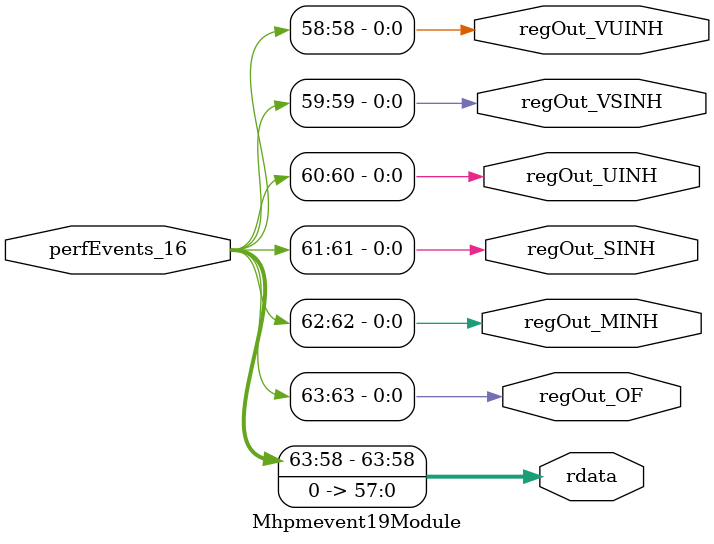
<source format=v>
module Mhpmevent19Module(
  output [63:0] rdata,
  output        regOut_OF,
  output        regOut_MINH,
  output        regOut_SINH,
  output        regOut_UINH,
  output        regOut_VSINH,
  output        regOut_VUINH,
  input  [63:0] perfEvents_16
);

  assign rdata = {perfEvents_16[63:58], 58'h0};
  assign regOut_OF = perfEvents_16[63];
  assign regOut_MINH = perfEvents_16[62];
  assign regOut_SINH = perfEvents_16[61];
  assign regOut_UINH = perfEvents_16[60];
  assign regOut_VSINH = perfEvents_16[59];
  assign regOut_VUINH = perfEvents_16[58];
endmodule


</source>
